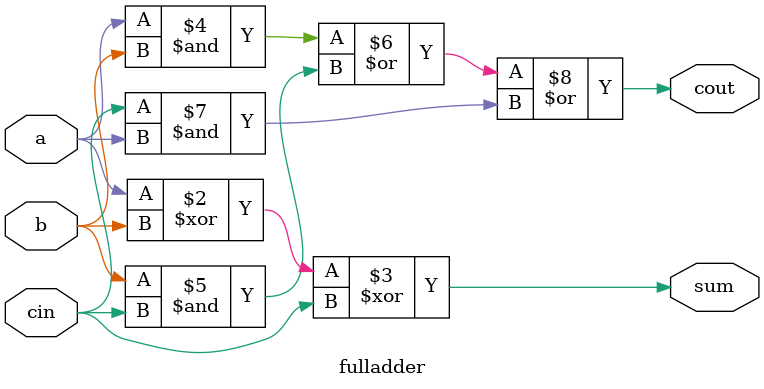
<source format=v>
module fulladder(a,b,cin,sum,cout);

input a,b,cin;
output sum,cout;
reg sum,cout;


always @(a,b,cin) 

begin
sum = a ^ b ^ cin;
cout = (a & b) | (b & cin) | (cin & a);
end



endmodule










</source>
